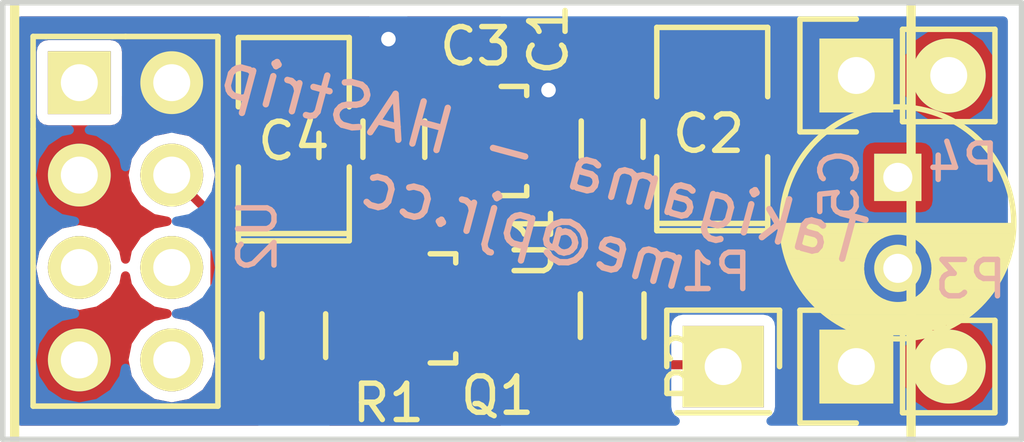
<source format=kicad_pcb>
(kicad_pcb (version 4) (host pcbnew 4.0.2+dfsg1-stable)

  (general
    (links 24)
    (no_connects 0)
    (area 149.924999 89.924999 178.075001 102.075001)
    (thickness 1.6)
    (drawings 5)
    (tracks 24)
    (zones 0)
    (modules 13)
    (nets 6)
  )

  (page A4)
  (layers
    (0 F.Cu signal hide)
    (31 B.Cu signal hide)
    (32 B.Adhes user)
    (33 F.Adhes user)
    (34 B.Paste user)
    (35 F.Paste user)
    (36 B.SilkS user)
    (37 F.SilkS user)
    (38 B.Mask user)
    (39 F.Mask user)
    (40 Dwgs.User user)
    (41 Cmts.User user)
    (42 Eco1.User user)
    (43 Eco2.User user)
    (44 Edge.Cuts user)
    (45 Margin user)
    (46 B.CrtYd user)
    (47 F.CrtYd user)
    (48 B.Fab user)
    (49 F.Fab user)
  )

  (setup
    (last_trace_width 0.25)
    (trace_clearance 0.2)
    (zone_clearance 0.3)
    (zone_45_only no)
    (trace_min 0.2)
    (segment_width 0.2)
    (edge_width 0.15)
    (via_size 0.6)
    (via_drill 0.4)
    (via_min_size 0.4)
    (via_min_drill 0.3)
    (uvia_size 0.3)
    (uvia_drill 0.1)
    (uvias_allowed no)
    (uvia_min_size 0.2)
    (uvia_min_drill 0.1)
    (pcb_text_width 0.3)
    (pcb_text_size 1.5 1.5)
    (mod_edge_width 0.15)
    (mod_text_size 1 1)
    (mod_text_width 0.15)
    (pad_size 1.524 1.524)
    (pad_drill 0.762)
    (pad_to_mask_clearance 0.2)
    (aux_axis_origin 0 0)
    (visible_elements FFFFFF7F)
    (pcbplotparams
      (layerselection 0x00030_80000001)
      (usegerberextensions false)
      (excludeedgelayer true)
      (linewidth 0.100000)
      (plotframeref false)
      (viasonmask false)
      (mode 1)
      (useauxorigin false)
      (hpglpennumber 1)
      (hpglpenspeed 20)
      (hpglpendiameter 15)
      (hpglpenoverlay 2)
      (psnegative false)
      (psa4output false)
      (plotreference true)
      (plotvalue true)
      (plotinvisibletext false)
      (padsonsilk false)
      (subtractmaskfromsilk false)
      (outputformat 1)
      (mirror false)
      (drillshape 1)
      (scaleselection 1)
      (outputdirectory ""))
  )

  (net 0 "")
  (net 1 +5V)
  (net 2 GND)
  (net 3 +3V3)
  (net 4 GPIO2_5)
  (net 5 GPIO2)

  (net_class Default "This is the default net class."
    (clearance 0.2)
    (trace_width 0.25)
    (via_dia 0.6)
    (via_drill 0.4)
    (uvia_dia 0.3)
    (uvia_drill 0.1)
    (add_net +3V3)
    (add_net +5V)
    (add_net GND)
    (add_net GPIO2)
    (add_net GPIO2_5)
  )

  (module Capacitors_SMD:C_0805_HandSoldering (layer F.Cu) (tedit 541A9B8D) (tstamp 580E1B5D)
    (at 166.75 93.75 90)
    (descr "Capacitor SMD 0805, hand soldering")
    (tags "capacitor 0805")
    (path /580E10B5)
    (attr smd)
    (fp_text reference C1 (at 2.75 -1.75 90) (layer F.SilkS)
      (effects (font (size 1 1) (thickness 0.15)))
    )
    (fp_text value 0.1uf (at 6.15 -0.15 270) (layer F.Fab)
      (effects (font (size 1 1) (thickness 0.15)))
    )
    (fp_line (start -2.3 -1) (end 2.3 -1) (layer F.CrtYd) (width 0.05))
    (fp_line (start -2.3 1) (end 2.3 1) (layer F.CrtYd) (width 0.05))
    (fp_line (start -2.3 -1) (end -2.3 1) (layer F.CrtYd) (width 0.05))
    (fp_line (start 2.3 -1) (end 2.3 1) (layer F.CrtYd) (width 0.05))
    (fp_line (start 0.5 -0.85) (end -0.5 -0.85) (layer F.SilkS) (width 0.15))
    (fp_line (start -0.5 0.85) (end 0.5 0.85) (layer F.SilkS) (width 0.15))
    (pad 1 smd rect (at -1.25 0 90) (size 1.5 1.25) (layers F.Cu F.Paste F.Mask)
      (net 1 +5V))
    (pad 2 smd rect (at 1.25 0 90) (size 1.5 1.25) (layers F.Cu F.Paste F.Mask)
      (net 2 GND))
    (model Capacitors_SMD.3dshapes/C_0805_HandSoldering.wrl
      (at (xyz 0 0 0))
      (scale (xyz 1 1 1))
      (rotate (xyz 0 0 0))
    )
  )

  (module Capacitors_SMD:C_0805_HandSoldering (layer F.Cu) (tedit 541A9B8D) (tstamp 580E1B69)
    (at 160.75 93.75 90)
    (descr "Capacitor SMD 0805, hand soldering")
    (tags "capacitor 0805")
    (path /580E12CC)
    (attr smd)
    (fp_text reference C3 (at 2.55 2.25 180) (layer F.SilkS)
      (effects (font (size 1 1) (thickness 0.15)))
    )
    (fp_text value 0.1uf (at 0 2.1 90) (layer F.Fab)
      (effects (font (size 1 1) (thickness 0.15)))
    )
    (fp_line (start -2.3 -1) (end 2.3 -1) (layer F.CrtYd) (width 0.05))
    (fp_line (start -2.3 1) (end 2.3 1) (layer F.CrtYd) (width 0.05))
    (fp_line (start -2.3 -1) (end -2.3 1) (layer F.CrtYd) (width 0.05))
    (fp_line (start 2.3 -1) (end 2.3 1) (layer F.CrtYd) (width 0.05))
    (fp_line (start 0.5 -0.85) (end -0.5 -0.85) (layer F.SilkS) (width 0.15))
    (fp_line (start -0.5 0.85) (end 0.5 0.85) (layer F.SilkS) (width 0.15))
    (pad 1 smd rect (at -1.25 0 90) (size 1.5 1.25) (layers F.Cu F.Paste F.Mask)
      (net 3 +3V3))
    (pad 2 smd rect (at 1.25 0 90) (size 1.5 1.25) (layers F.Cu F.Paste F.Mask)
      (net 2 GND))
    (model Capacitors_SMD.3dshapes/C_0805_HandSoldering.wrl
      (at (xyz 0 0 0))
      (scale (xyz 1 1 1))
      (rotate (xyz 0 0 0))
    )
  )

  (module SMD_Packages:SMD-1210_Pol (layer F.Cu) (tedit 0) (tstamp 580E1B6F)
    (at 158 93.75 90)
    (tags "CMS SM")
    (path /580E12D2)
    (attr smd)
    (fp_text reference C4 (at -0.05 0 360) (layer F.SilkS)
      (effects (font (size 1 1) (thickness 0.15)))
    )
    (fp_text value 2.2uf (at 5.75 0 90) (layer F.Fab)
      (effects (font (size 1 1) (thickness 0.15)))
    )
    (fp_line (start -2.794 -1.524) (end -2.794 1.524) (layer F.SilkS) (width 0.15))
    (fp_line (start 0.889 1.524) (end 2.794 1.524) (layer F.SilkS) (width 0.15))
    (fp_line (start 2.794 1.524) (end 2.794 -1.524) (layer F.SilkS) (width 0.15))
    (fp_line (start 2.794 -1.524) (end 0.889 -1.524) (layer F.SilkS) (width 0.15))
    (fp_line (start -0.762 -1.524) (end -2.794 -1.524) (layer F.SilkS) (width 0.15))
    (fp_line (start -2.594 -1.524) (end -2.594 1.524) (layer F.SilkS) (width 0.15))
    (fp_line (start -2.794 1.524) (end -0.762 1.524) (layer F.SilkS) (width 0.15))
    (pad 1 smd rect (at -1.778 0 90) (size 1.778 2.794) (layers F.Cu F.Paste F.Mask)
      (net 3 +3V3))
    (pad 2 smd rect (at 1.778 0 90) (size 1.778 2.794) (layers F.Cu F.Paste F.Mask)
      (net 2 GND))
    (model SMD_Packages.3dshapes/SMD-1210_Pol.wrl
      (at (xyz 0 0 0))
      (scale (xyz 0.2 0.2 0.2))
      (rotate (xyz 0 0 0))
    )
  )

  (module Pin_Headers:Pin_Header_Straight_1x01 (layer F.Cu) (tedit 54EA08DC) (tstamp 580E1B81)
    (at 169.8 100)
    (descr "Through hole pin header")
    (tags "pin header")
    (path /580E2256)
    (fp_text reference P3 (at 6.8 -2.4) (layer B.SilkS)
      (effects (font (size 1 1) (thickness 0.15)) (justify mirror))
    )
    (fp_text value CONN_01X01 (at 5 0.15 90) (layer F.Fab)
      (effects (font (size 1 1) (thickness 0.15)))
    )
    (fp_line (start 1.55 -1.55) (end 1.55 0) (layer F.SilkS) (width 0.15))
    (fp_line (start -1.75 -1.75) (end -1.75 1.75) (layer F.CrtYd) (width 0.05))
    (fp_line (start 1.75 -1.75) (end 1.75 1.75) (layer F.CrtYd) (width 0.05))
    (fp_line (start -1.75 -1.75) (end 1.75 -1.75) (layer F.CrtYd) (width 0.05))
    (fp_line (start -1.75 1.75) (end 1.75 1.75) (layer F.CrtYd) (width 0.05))
    (fp_line (start -1.55 0) (end -1.55 -1.55) (layer F.SilkS) (width 0.15))
    (fp_line (start -1.55 -1.55) (end 1.55 -1.55) (layer F.SilkS) (width 0.15))
    (fp_line (start -1.27 1.27) (end 1.27 1.27) (layer F.SilkS) (width 0.15))
    (pad 1 thru_hole rect (at 0 0) (size 2.2352 2.2352) (drill 1.016) (layers *.Cu *.Mask F.SilkS)
      (net 4 GPIO2_5))
    (model Pin_Headers.3dshapes/Pin_Header_Straight_1x01.wrl
      (at (xyz 0 0 0))
      (scale (xyz 1 1 1))
      (rotate (xyz 0 0 90))
    )
  )

  (module TO_SOT_Packages_SMD:SOT-23 (layer F.Cu) (tedit 553634F8) (tstamp 580E1B88)
    (at 161.8 98.4 270)
    (descr "SOT-23, Standard")
    (tags SOT-23)
    (path /580E1D98)
    (attr smd)
    (fp_text reference Q1 (at 2.4 -1.8 360) (layer F.SilkS)
      (effects (font (size 1 1) (thickness 0.15)))
    )
    (fp_text value BSS138 (at 6.2 0.2 360) (layer F.Fab)
      (effects (font (size 1 1) (thickness 0.15)))
    )
    (fp_line (start -1.65 -1.6) (end 1.65 -1.6) (layer F.CrtYd) (width 0.05))
    (fp_line (start 1.65 -1.6) (end 1.65 1.6) (layer F.CrtYd) (width 0.05))
    (fp_line (start 1.65 1.6) (end -1.65 1.6) (layer F.CrtYd) (width 0.05))
    (fp_line (start -1.65 1.6) (end -1.65 -1.6) (layer F.CrtYd) (width 0.05))
    (fp_line (start 1.29916 -0.65024) (end 1.2509 -0.65024) (layer F.SilkS) (width 0.15))
    (fp_line (start -1.49982 0.0508) (end -1.49982 -0.65024) (layer F.SilkS) (width 0.15))
    (fp_line (start -1.49982 -0.65024) (end -1.2509 -0.65024) (layer F.SilkS) (width 0.15))
    (fp_line (start 1.29916 -0.65024) (end 1.49982 -0.65024) (layer F.SilkS) (width 0.15))
    (fp_line (start 1.49982 -0.65024) (end 1.49982 0.0508) (layer F.SilkS) (width 0.15))
    (pad 1 smd rect (at -0.95 1.00076 270) (size 0.8001 0.8001) (layers F.Cu F.Paste F.Mask)
      (net 3 +3V3))
    (pad 2 smd rect (at 0.95 1.00076 270) (size 0.8001 0.8001) (layers F.Cu F.Paste F.Mask)
      (net 5 GPIO2))
    (pad 3 smd rect (at 0 -0.99822 270) (size 0.8001 0.8001) (layers F.Cu F.Paste F.Mask)
      (net 4 GPIO2_5))
    (model TO_SOT_Packages_SMD.3dshapes/SOT-23.wrl
      (at (xyz 0 0 0))
      (scale (xyz 1 1 1))
      (rotate (xyz 0 0 0))
    )
  )

  (module Resistors_SMD:R_0805_HandSoldering (layer F.Cu) (tedit 54189DEE) (tstamp 580E1B8E)
    (at 158 99.15 270)
    (descr "Resistor SMD 0805, hand soldering")
    (tags "resistor 0805")
    (path /580E1E6A)
    (attr smd)
    (fp_text reference R1 (at 1.85 -2.6 360) (layer F.SilkS)
      (effects (font (size 1 1) (thickness 0.15)))
    )
    (fp_text value 10k (at 3.85 -0.4 360) (layer F.Fab)
      (effects (font (size 1 1) (thickness 0.15)))
    )
    (fp_line (start -2.4 -1) (end 2.4 -1) (layer F.CrtYd) (width 0.05))
    (fp_line (start -2.4 1) (end 2.4 1) (layer F.CrtYd) (width 0.05))
    (fp_line (start -2.4 -1) (end -2.4 1) (layer F.CrtYd) (width 0.05))
    (fp_line (start 2.4 -1) (end 2.4 1) (layer F.CrtYd) (width 0.05))
    (fp_line (start 0.6 0.875) (end -0.6 0.875) (layer F.SilkS) (width 0.15))
    (fp_line (start -0.6 -0.875) (end 0.6 -0.875) (layer F.SilkS) (width 0.15))
    (pad 1 smd rect (at -1.35 0 270) (size 1.5 1.3) (layers F.Cu F.Paste F.Mask)
      (net 3 +3V3))
    (pad 2 smd rect (at 1.35 0 270) (size 1.5 1.3) (layers F.Cu F.Paste F.Mask)
      (net 5 GPIO2))
    (model Resistors_SMD.3dshapes/R_0805_HandSoldering.wrl
      (at (xyz 0 0 0))
      (scale (xyz 1 1 1))
      (rotate (xyz 0 0 0))
    )
  )

  (module Resistors_SMD:R_0805_HandSoldering (layer F.Cu) (tedit 54189DEE) (tstamp 580E1B94)
    (at 166.75 98.6 270)
    (descr "Resistor SMD 0805, hand soldering")
    (tags "resistor 0805")
    (path /580E1EFC)
    (attr smd)
    (fp_text reference R2 (at 1.4 -2.05 270) (layer F.SilkS)
      (effects (font (size 1 1) (thickness 0.15)))
    )
    (fp_text value 10k (at 5.2 -0.25 360) (layer F.Fab)
      (effects (font (size 1 1) (thickness 0.15)))
    )
    (fp_line (start -2.4 -1) (end 2.4 -1) (layer F.CrtYd) (width 0.05))
    (fp_line (start -2.4 1) (end 2.4 1) (layer F.CrtYd) (width 0.05))
    (fp_line (start -2.4 -1) (end -2.4 1) (layer F.CrtYd) (width 0.05))
    (fp_line (start 2.4 -1) (end 2.4 1) (layer F.CrtYd) (width 0.05))
    (fp_line (start 0.6 0.875) (end -0.6 0.875) (layer F.SilkS) (width 0.15))
    (fp_line (start -0.6 -0.875) (end 0.6 -0.875) (layer F.SilkS) (width 0.15))
    (pad 1 smd rect (at -1.35 0 270) (size 1.5 1.3) (layers F.Cu F.Paste F.Mask)
      (net 1 +5V))
    (pad 2 smd rect (at 1.35 0 270) (size 1.5 1.3) (layers F.Cu F.Paste F.Mask)
      (net 4 GPIO2_5))
    (model Resistors_SMD.3dshapes/R_0805_HandSoldering.wrl
      (at (xyz 0 0 0))
      (scale (xyz 1 1 1))
      (rotate (xyz 0 0 0))
    )
  )

  (module ESP8266:ESP-01 (layer F.Cu) (tedit 577EF889) (tstamp 580E1BA7)
    (at 152.105001 92.197)
    (descr "Module, ESP-8266, ESP-01, 8 pin")
    (tags "Module ESP-8266 ESP8266")
    (path /580E0E4A)
    (fp_text reference U2 (at 4.894999 4.203 90) (layer B.SilkS)
      (effects (font (size 1 1) (thickness 0.15)) (justify mirror))
    )
    (fp_text value ESP-01v090 (at -3.705001 3.403 90) (layer F.Fab)
      (effects (font (size 1 1) (thickness 0.15)))
    )
    (fp_line (start -1.778 -3.302) (end 22.86 -3.302) (layer F.SilkS) (width 0.254))
    (fp_line (start 22.86 -3.302) (end 22.86 10.922) (layer F.SilkS) (width 0.254))
    (fp_line (start 22.86 10.922) (end -1.778 10.922) (layer F.SilkS) (width 0.254))
    (fp_line (start -1.778 10.922) (end -1.778 -3.302) (layer F.SilkS) (width 0.254))
    (fp_line (start -1.778 -3.302) (end 22.86 -3.302) (layer F.Fab) (width 0.05))
    (fp_line (start 22.86 -3.302) (end 22.86 10.922) (layer F.Fab) (width 0.05))
    (fp_line (start 22.86 10.922) (end -1.778 10.922) (layer F.Fab) (width 0.05))
    (fp_line (start -1.778 10.922) (end -1.778 -3.302) (layer F.Fab) (width 0.05))
    (fp_line (start 1.27 -1.27) (end -1.27 -1.27) (layer F.SilkS) (width 0.1524))
    (fp_line (start -1.27 -1.27) (end -1.27 1.27) (layer F.SilkS) (width 0.1524))
    (fp_line (start -1.75 -1.75) (end -1.75 9.4) (layer F.CrtYd) (width 0.05))
    (fp_line (start 4.3 -1.75) (end 4.3 9.4) (layer F.CrtYd) (width 0.05))
    (fp_line (start -1.75 -1.75) (end 4.3 -1.75) (layer F.CrtYd) (width 0.05))
    (fp_line (start -1.75 9.4) (end 4.3 9.4) (layer F.CrtYd) (width 0.05))
    (fp_line (start -1.27 1.27) (end -1.27 8.89) (layer F.SilkS) (width 0.1524))
    (fp_line (start -1.27 8.89) (end 3.81 8.89) (layer F.SilkS) (width 0.1524))
    (fp_line (start 3.81 8.89) (end 3.81 -1.27) (layer F.SilkS) (width 0.1524))
    (fp_line (start 3.81 -1.27) (end 1.27 -1.27) (layer F.SilkS) (width 0.1524))
    (pad 1 thru_hole rect (at 0 0) (size 1.7272 1.7272) (drill 1.016) (layers *.Cu *.Mask F.SilkS))
    (pad 2 thru_hole oval (at 2.54 0) (size 1.7272 1.7272) (drill 1.016) (layers *.Cu *.Mask F.SilkS)
      (net 2 GND))
    (pad 3 thru_hole oval (at 0 2.54) (size 1.7272 1.7272) (drill 1.016) (layers *.Cu *.Mask F.SilkS)
      (net 3 +3V3))
    (pad 4 thru_hole oval (at 2.54 2.54) (size 1.7272 1.7272) (drill 1.016) (layers *.Cu *.Mask F.SilkS)
      (net 5 GPIO2))
    (pad 5 thru_hole oval (at 0 5.08) (size 1.7272 1.7272) (drill 1.016) (layers *.Cu *.Mask F.SilkS))
    (pad 6 thru_hole oval (at 2.54 5.08) (size 1.7272 1.7272) (drill 1.016) (layers *.Cu *.Mask F.SilkS))
    (pad 7 thru_hole oval (at 0 7.62) (size 1.7272 1.7272) (drill 1.016) (layers *.Cu *.Mask F.SilkS)
      (net 3 +3V3))
    (pad 8 thru_hole oval (at 2.54 7.62) (size 1.7272 1.7272) (drill 1.016) (layers *.Cu *.Mask F.SilkS))
  )

  (module Pin_Headers:Pin_Header_Straight_1x02 (layer F.Cu) (tedit 54EA090C) (tstamp 580E1C91)
    (at 173.46 92 90)
    (descr "Through hole pin header")
    (tags "pin header")
    (path /580E1E8E)
    (fp_text reference P4 (at -2.4 2.94 360) (layer B.SilkS)
      (effects (font (size 1 1) (thickness 0.15)) (justify mirror))
    )
    (fp_text value CONN_01X02 (at 5 -3.45 180) (layer F.Fab)
      (effects (font (size 1 1) (thickness 0.15)))
    )
    (fp_line (start 1.27 1.27) (end 1.27 3.81) (layer F.SilkS) (width 0.15))
    (fp_line (start 1.55 -1.55) (end 1.55 0) (layer F.SilkS) (width 0.15))
    (fp_line (start -1.75 -1.75) (end -1.75 4.3) (layer F.CrtYd) (width 0.05))
    (fp_line (start 1.75 -1.75) (end 1.75 4.3) (layer F.CrtYd) (width 0.05))
    (fp_line (start -1.75 -1.75) (end 1.75 -1.75) (layer F.CrtYd) (width 0.05))
    (fp_line (start -1.75 4.3) (end 1.75 4.3) (layer F.CrtYd) (width 0.05))
    (fp_line (start 1.27 1.27) (end -1.27 1.27) (layer F.SilkS) (width 0.15))
    (fp_line (start -1.55 0) (end -1.55 -1.55) (layer F.SilkS) (width 0.15))
    (fp_line (start -1.55 -1.55) (end 1.55 -1.55) (layer F.SilkS) (width 0.15))
    (fp_line (start -1.27 1.27) (end -1.27 3.81) (layer F.SilkS) (width 0.15))
    (fp_line (start -1.27 3.81) (end 1.27 3.81) (layer F.SilkS) (width 0.15))
    (pad 1 thru_hole rect (at 0 0 90) (size 2.032 2.032) (drill 1.016) (layers *.Cu *.Mask F.SilkS)
      (net 2 GND))
    (pad 2 thru_hole oval (at 0 2.54 90) (size 2.032 2.032) (drill 1.016) (layers *.Cu *.Mask F.SilkS)
      (net 1 +5V))
    (model Pin_Headers.3dshapes/Pin_Header_Straight_1x02.wrl
      (at (xyz 0 -0.05 0))
      (scale (xyz 1 1 1))
      (rotate (xyz 0 0 90))
    )
  )

  (module TO_SOT_Packages_SMD:SOT-23 (layer F.Cu) (tedit 553634F8) (tstamp 580E2224)
    (at 163.75076 93.8 270)
    (descr "SOT-23, Standard")
    (tags SOT-23)
    (path /580E0FB6)
    (attr smd)
    (fp_text reference U1 (at 2.8 -0.84924 270) (layer F.SilkS)
      (effects (font (size 1 1) (thickness 0.15)))
    )
    (fp_text value MCP1700 (at -7.6 -0.24924 270) (layer F.Fab)
      (effects (font (size 1 1) (thickness 0.15)))
    )
    (fp_line (start -1.65 -1.6) (end 1.65 -1.6) (layer F.CrtYd) (width 0.05))
    (fp_line (start 1.65 -1.6) (end 1.65 1.6) (layer F.CrtYd) (width 0.05))
    (fp_line (start 1.65 1.6) (end -1.65 1.6) (layer F.CrtYd) (width 0.05))
    (fp_line (start -1.65 1.6) (end -1.65 -1.6) (layer F.CrtYd) (width 0.05))
    (fp_line (start 1.29916 -0.65024) (end 1.2509 -0.65024) (layer F.SilkS) (width 0.15))
    (fp_line (start -1.49982 0.0508) (end -1.49982 -0.65024) (layer F.SilkS) (width 0.15))
    (fp_line (start -1.49982 -0.65024) (end -1.2509 -0.65024) (layer F.SilkS) (width 0.15))
    (fp_line (start 1.29916 -0.65024) (end 1.49982 -0.65024) (layer F.SilkS) (width 0.15))
    (fp_line (start 1.49982 -0.65024) (end 1.49982 0.0508) (layer F.SilkS) (width 0.15))
    (pad 1 smd rect (at -0.95 1.00076 270) (size 0.8001 0.8001) (layers F.Cu F.Paste F.Mask)
      (net 2 GND))
    (pad 2 smd rect (at 0.95 1.00076 270) (size 0.8001 0.8001) (layers F.Cu F.Paste F.Mask)
      (net 3 +3V3))
    (pad 3 smd rect (at 0 -0.99822 270) (size 0.8001 0.8001) (layers F.Cu F.Paste F.Mask)
      (net 1 +5V))
    (model TO_SOT_Packages_SMD.3dshapes/SOT-23.wrl
      (at (xyz 0 0 0))
      (scale (xyz 1 1 1))
      (rotate (xyz 0 0 0))
    )
  )

  (module Pin_Headers:Pin_Header_Straight_1x02 (layer F.Cu) (tedit 54EA090C) (tstamp 58103662)
    (at 173.46 100 90)
    (descr "Through hole pin header")
    (tags "pin header")
    (path /5810362E)
    (fp_text reference P1 (at 2.6 -3.86 360) (layer B.SilkS)
      (effects (font (size 1 1) (thickness 0.15)) (justify mirror))
    )
    (fp_text value CONN_01X02 (at 0 -3.1 90) (layer F.Fab)
      (effects (font (size 1 1) (thickness 0.15)))
    )
    (fp_line (start 1.27 1.27) (end 1.27 3.81) (layer F.SilkS) (width 0.15))
    (fp_line (start 1.55 -1.55) (end 1.55 0) (layer F.SilkS) (width 0.15))
    (fp_line (start -1.75 -1.75) (end -1.75 4.3) (layer F.CrtYd) (width 0.05))
    (fp_line (start 1.75 -1.75) (end 1.75 4.3) (layer F.CrtYd) (width 0.05))
    (fp_line (start -1.75 -1.75) (end 1.75 -1.75) (layer F.CrtYd) (width 0.05))
    (fp_line (start -1.75 4.3) (end 1.75 4.3) (layer F.CrtYd) (width 0.05))
    (fp_line (start 1.27 1.27) (end -1.27 1.27) (layer F.SilkS) (width 0.15))
    (fp_line (start -1.55 0) (end -1.55 -1.55) (layer F.SilkS) (width 0.15))
    (fp_line (start -1.55 -1.55) (end 1.55 -1.55) (layer F.SilkS) (width 0.15))
    (fp_line (start -1.27 1.27) (end -1.27 3.81) (layer F.SilkS) (width 0.15))
    (fp_line (start -1.27 3.81) (end 1.27 3.81) (layer F.SilkS) (width 0.15))
    (pad 1 thru_hole rect (at 0 0 90) (size 2.032 2.032) (drill 1.016) (layers *.Cu *.Mask F.SilkS)
      (net 2 GND))
    (pad 2 thru_hole oval (at 0 2.54 90) (size 2.032 2.032) (drill 1.016) (layers *.Cu *.Mask F.SilkS)
      (net 1 +5V))
    (model Pin_Headers.3dshapes/Pin_Header_Straight_1x02.wrl
      (at (xyz 0 -0.05 0))
      (scale (xyz 1 1 1))
      (rotate (xyz 0 0 90))
    )
  )

  (module SMD_Packages:SMD-1210_Pol (layer F.Cu) (tedit 0) (tstamp 58103716)
    (at 169.5 93.472 90)
    (tags "CMS SM")
    (path /580E1155)
    (attr smd)
    (fp_text reference C2 (at -0.128 -0.1 180) (layer F.SilkS)
      (effects (font (size 1 1) (thickness 0.15)))
    )
    (fp_text value 2.2uf (at 0 0.762 90) (layer F.Fab)
      (effects (font (size 1 1) (thickness 0.15)))
    )
    (fp_line (start -2.794 -1.524) (end -2.794 1.524) (layer F.SilkS) (width 0.15))
    (fp_line (start 0.889 1.524) (end 2.794 1.524) (layer F.SilkS) (width 0.15))
    (fp_line (start 2.794 1.524) (end 2.794 -1.524) (layer F.SilkS) (width 0.15))
    (fp_line (start 2.794 -1.524) (end 0.889 -1.524) (layer F.SilkS) (width 0.15))
    (fp_line (start -0.762 -1.524) (end -2.794 -1.524) (layer F.SilkS) (width 0.15))
    (fp_line (start -2.594 -1.524) (end -2.594 1.524) (layer F.SilkS) (width 0.15))
    (fp_line (start -2.794 1.524) (end -0.762 1.524) (layer F.SilkS) (width 0.15))
    (pad 1 smd rect (at -1.778 0 90) (size 1.778 2.794) (layers F.Cu F.Paste F.Mask)
      (net 1 +5V))
    (pad 2 smd rect (at 1.778 0 90) (size 1.778 2.794) (layers F.Cu F.Paste F.Mask)
      (net 2 GND))
    (model SMD_Packages.3dshapes/SMD-1210_Pol.wrl
      (at (xyz 0 0 0))
      (scale (xyz 0.2 0.2 0.2))
      (rotate (xyz 0 0 0))
    )
  )

  (module Capacitors_ThroughHole:C_Radial_D6.3_L11.2_P2.5 (layer F.Cu) (tedit 0) (tstamp 581037CD)
    (at 174.6 94.8 270)
    (descr "Radial Electrolytic Capacitor, Diameter 6.3mm x Length 11.2mm, Pitch 2.5mm")
    (tags "Electrolytic Capacitor")
    (path /5810336B)
    (fp_text reference C5 (at 0.2 1.6 270) (layer B.SilkS)
      (effects (font (size 1 1) (thickness 0.15)) (justify mirror))
    )
    (fp_text value 1000uf (at 1.25 4.4 270) (layer F.Fab)
      (effects (font (size 1 1) (thickness 0.15)))
    )
    (fp_line (start 1.325 -3.149) (end 1.325 3.149) (layer F.SilkS) (width 0.15))
    (fp_line (start 1.465 -3.143) (end 1.465 3.143) (layer F.SilkS) (width 0.15))
    (fp_line (start 1.605 -3.13) (end 1.605 -0.446) (layer F.SilkS) (width 0.15))
    (fp_line (start 1.605 0.446) (end 1.605 3.13) (layer F.SilkS) (width 0.15))
    (fp_line (start 1.745 -3.111) (end 1.745 -0.656) (layer F.SilkS) (width 0.15))
    (fp_line (start 1.745 0.656) (end 1.745 3.111) (layer F.SilkS) (width 0.15))
    (fp_line (start 1.885 -3.085) (end 1.885 -0.789) (layer F.SilkS) (width 0.15))
    (fp_line (start 1.885 0.789) (end 1.885 3.085) (layer F.SilkS) (width 0.15))
    (fp_line (start 2.025 -3.053) (end 2.025 -0.88) (layer F.SilkS) (width 0.15))
    (fp_line (start 2.025 0.88) (end 2.025 3.053) (layer F.SilkS) (width 0.15))
    (fp_line (start 2.165 -3.014) (end 2.165 -0.942) (layer F.SilkS) (width 0.15))
    (fp_line (start 2.165 0.942) (end 2.165 3.014) (layer F.SilkS) (width 0.15))
    (fp_line (start 2.305 -2.968) (end 2.305 -0.981) (layer F.SilkS) (width 0.15))
    (fp_line (start 2.305 0.981) (end 2.305 2.968) (layer F.SilkS) (width 0.15))
    (fp_line (start 2.445 -2.915) (end 2.445 -0.998) (layer F.SilkS) (width 0.15))
    (fp_line (start 2.445 0.998) (end 2.445 2.915) (layer F.SilkS) (width 0.15))
    (fp_line (start 2.585 -2.853) (end 2.585 -0.996) (layer F.SilkS) (width 0.15))
    (fp_line (start 2.585 0.996) (end 2.585 2.853) (layer F.SilkS) (width 0.15))
    (fp_line (start 2.725 -2.783) (end 2.725 -0.974) (layer F.SilkS) (width 0.15))
    (fp_line (start 2.725 0.974) (end 2.725 2.783) (layer F.SilkS) (width 0.15))
    (fp_line (start 2.865 -2.704) (end 2.865 -0.931) (layer F.SilkS) (width 0.15))
    (fp_line (start 2.865 0.931) (end 2.865 2.704) (layer F.SilkS) (width 0.15))
    (fp_line (start 3.005 -2.616) (end 3.005 -0.863) (layer F.SilkS) (width 0.15))
    (fp_line (start 3.005 0.863) (end 3.005 2.616) (layer F.SilkS) (width 0.15))
    (fp_line (start 3.145 -2.516) (end 3.145 -0.764) (layer F.SilkS) (width 0.15))
    (fp_line (start 3.145 0.764) (end 3.145 2.516) (layer F.SilkS) (width 0.15))
    (fp_line (start 3.285 -2.404) (end 3.285 -0.619) (layer F.SilkS) (width 0.15))
    (fp_line (start 3.285 0.619) (end 3.285 2.404) (layer F.SilkS) (width 0.15))
    (fp_line (start 3.425 -2.279) (end 3.425 -0.38) (layer F.SilkS) (width 0.15))
    (fp_line (start 3.425 0.38) (end 3.425 2.279) (layer F.SilkS) (width 0.15))
    (fp_line (start 3.565 -2.136) (end 3.565 2.136) (layer F.SilkS) (width 0.15))
    (fp_line (start 3.705 -1.974) (end 3.705 1.974) (layer F.SilkS) (width 0.15))
    (fp_line (start 3.845 -1.786) (end 3.845 1.786) (layer F.SilkS) (width 0.15))
    (fp_line (start 3.985 -1.563) (end 3.985 1.563) (layer F.SilkS) (width 0.15))
    (fp_line (start 4.125 -1.287) (end 4.125 1.287) (layer F.SilkS) (width 0.15))
    (fp_line (start 4.265 -0.912) (end 4.265 0.912) (layer F.SilkS) (width 0.15))
    (fp_circle (center 2.5 0) (end 2.5 -1) (layer F.SilkS) (width 0.15))
    (fp_circle (center 1.25 0) (end 1.25 -3.1875) (layer F.SilkS) (width 0.15))
    (fp_circle (center 1.25 0) (end 1.25 -3.4) (layer F.CrtYd) (width 0.05))
    (pad 2 thru_hole circle (at 2.5 0 270) (size 1.3 1.3) (drill 0.8) (layers *.Cu *.Mask F.SilkS)
      (net 2 GND))
    (pad 1 thru_hole rect (at 0 0 270) (size 1.3 1.3) (drill 0.8) (layers *.Cu *.Mask F.SilkS)
      (net 1 +5V))
    (model Capacitors_ThroughHole.3dshapes/C_Radial_D6.3_L11.2_P2.5.wrl
      (at (xyz 0 0 0))
      (scale (xyz 1 1 1))
      (rotate (xyz 0 0 0))
    )
  )

  (gr_line (start 178 90) (end 178 102) (layer Edge.Cuts) (width 0.15))
  (gr_text "Takigama - HAStrip\nme@pjr.cc\n" (at 164.6 95.2 345) (layer B.SilkS)
    (effects (font (size 1.2 1.2) (thickness 0.175)) (justify mirror))
  )
  (gr_line (start 150 102) (end 150 90) (layer Edge.Cuts) (width 0.15))
  (gr_line (start 178 102) (end 150 102) (layer Edge.Cuts) (width 0.15))
  (gr_line (start 150 90) (end 178 90) (layer Edge.Cuts) (width 0.15))

  (segment (start 166.75 92.5) (end 165.1 92.5) (width 0.25) (layer F.Cu) (net 2))
  (segment (start 165.1 92.5) (end 165 92.4) (width 0.25) (layer F.Cu) (net 2))
  (via (at 165 92.4) (size 0.6) (drill 0.4) (layers F.Cu B.Cu) (net 2))
  (segment (start 166.75 92.5) (end 168.694 92.5) (width 0.25) (layer F.Cu) (net 2))
  (segment (start 168.694 92.5) (end 169.5 91.694) (width 0.25) (layer F.Cu) (net 2))
  (segment (start 160.75 92.5) (end 160.75 91.15) (width 0.25) (layer F.Cu) (net 2))
  (segment (start 160.75 91.15) (end 160.6 91) (width 0.25) (layer F.Cu) (net 2))
  (via (at 160.6 91) (size 0.6) (drill 0.4) (layers F.Cu B.Cu) (net 2))
  (segment (start 160.75 92.5) (end 162.4 92.5) (width 0.25) (layer F.Cu) (net 2))
  (segment (start 162.4 92.5) (end 162.75 92.85) (width 0.25) (layer F.Cu) (net 2))
  (segment (start 158 91.972) (end 160.222 91.972) (width 0.25) (layer F.Cu) (net 2))
  (segment (start 160.222 91.972) (end 160.75 92.5) (width 0.25) (layer F.Cu) (net 2))
  (segment (start 166.75 99.95) (end 169.75 99.95) (width 0.25) (layer F.Cu) (net 4))
  (segment (start 169.75 99.95) (end 169.8 100) (width 0.25) (layer F.Cu) (net 4))
  (segment (start 162.79822 98.4) (end 165.3 98.4) (width 0.25) (layer F.Cu) (net 4))
  (segment (start 165.3 98.4) (end 166.75 99.85) (width 0.25) (layer F.Cu) (net 4))
  (segment (start 166.75 99.85) (end 166.75 99.95) (width 0.25) (layer F.Cu) (net 4))
  (segment (start 158 100.5) (end 160.29929 100.5) (width 0.25) (layer F.Cu) (net 5))
  (segment (start 160.29929 100.5) (end 160.79924 100.00005) (width 0.25) (layer F.Cu) (net 5))
  (segment (start 160.79924 100.00005) (end 160.79924 99.35) (width 0.25) (layer F.Cu) (net 5))
  (segment (start 154.645001 94.737) (end 155.833602 95.925601) (width 0.25) (layer F.Cu) (net 5))
  (segment (start 155.833602 95.925601) (end 155.833602 98.233602) (width 0.25) (layer F.Cu) (net 5))
  (segment (start 155.833602 98.233602) (end 158 100.4) (width 0.25) (layer F.Cu) (net 5))
  (segment (start 158 100.4) (end 158 100.5) (width 0.25) (layer F.Cu) (net 5))

  (zone (net 2) (net_name GND) (layer B.Cu) (tstamp 0) (hatch edge 0.508)
    (connect_pads yes (clearance 0.3))
    (min_thickness 0.254)
    (fill yes (arc_segments 16) (thermal_gap 0.508) (thermal_bridge_width 0.508))
    (polygon
      (pts
        (xy 178 102) (xy 150 102) (xy 150 90) (xy 178 90) (xy 178 102)
      )
    )
    (filled_polygon
      (pts
        (xy 177.498 101.498) (xy 171.114985 101.498) (xy 171.221167 101.429673) (xy 171.318664 101.286981) (xy 171.352965 101.1176)
        (xy 171.352965 99.97173) (xy 174.557 99.97173) (xy 174.557 100.02827) (xy 174.666842 100.580482) (xy 174.979645 101.048625)
        (xy 175.447788 101.361428) (xy 176 101.47127) (xy 176.552212 101.361428) (xy 177.020355 101.048625) (xy 177.333158 100.580482)
        (xy 177.443 100.02827) (xy 177.443 99.97173) (xy 177.333158 99.419518) (xy 177.020355 98.951375) (xy 176.552212 98.638572)
        (xy 176 98.52873) (xy 175.447788 98.638572) (xy 174.979645 98.951375) (xy 174.666842 99.419518) (xy 174.557 99.97173)
        (xy 171.352965 99.97173) (xy 171.352965 98.8824) (xy 171.323191 98.724163) (xy 171.229673 98.578833) (xy 171.086981 98.481336)
        (xy 170.9176 98.447035) (xy 168.6824 98.447035) (xy 168.524163 98.476809) (xy 168.378833 98.570327) (xy 168.281336 98.713019)
        (xy 168.247035 98.8824) (xy 168.247035 101.1176) (xy 168.276809 101.275837) (xy 168.370327 101.421167) (xy 168.482776 101.498)
        (xy 150.502 101.498) (xy 150.502 94.737) (xy 150.789117 94.737) (xy 150.887358 95.230891) (xy 151.167125 95.649592)
        (xy 151.585826 95.929359) (xy 151.976154 96.007) (xy 151.585826 96.084641) (xy 151.167125 96.364408) (xy 150.887358 96.783109)
        (xy 150.789117 97.277) (xy 150.887358 97.770891) (xy 151.167125 98.189592) (xy 151.585826 98.469359) (xy 151.976154 98.547)
        (xy 151.585826 98.624641) (xy 151.167125 98.904408) (xy 150.887358 99.323109) (xy 150.789117 99.817) (xy 150.887358 100.310891)
        (xy 151.167125 100.729592) (xy 151.585826 101.009359) (xy 152.079717 101.1076) (xy 152.130285 101.1076) (xy 152.624176 101.009359)
        (xy 153.042877 100.729592) (xy 153.322644 100.310891) (xy 153.375001 100.047675) (xy 153.427358 100.310891) (xy 153.707125 100.729592)
        (xy 154.125826 101.009359) (xy 154.619717 101.1076) (xy 154.670285 101.1076) (xy 155.164176 101.009359) (xy 155.582877 100.729592)
        (xy 155.862644 100.310891) (xy 155.960885 99.817) (xy 155.862644 99.323109) (xy 155.582877 98.904408) (xy 155.164176 98.624641)
        (xy 154.773848 98.547) (xy 155.164176 98.469359) (xy 155.582877 98.189592) (xy 155.862644 97.770891) (xy 155.960885 97.277)
        (xy 155.862644 96.783109) (xy 155.582877 96.364408) (xy 155.164176 96.084641) (xy 154.773848 96.007) (xy 155.164176 95.929359)
        (xy 155.582877 95.649592) (xy 155.862644 95.230891) (xy 155.960885 94.737) (xy 155.862644 94.243109) (xy 155.800431 94.15)
        (xy 173.514635 94.15) (xy 173.514635 95.45) (xy 173.544409 95.608237) (xy 173.637927 95.753567) (xy 173.780619 95.851064)
        (xy 173.95 95.885365) (xy 175.25 95.885365) (xy 175.408237 95.855591) (xy 175.553567 95.762073) (xy 175.651064 95.619381)
        (xy 175.685365 95.45) (xy 175.685365 94.15) (xy 175.655591 93.991763) (xy 175.562073 93.846433) (xy 175.419381 93.748936)
        (xy 175.25 93.714635) (xy 173.95 93.714635) (xy 173.791763 93.744409) (xy 173.646433 93.837927) (xy 173.548936 93.980619)
        (xy 173.514635 94.15) (xy 155.800431 94.15) (xy 155.582877 93.824408) (xy 155.164176 93.544641) (xy 154.670285 93.4464)
        (xy 154.619717 93.4464) (xy 154.125826 93.544641) (xy 153.707125 93.824408) (xy 153.427358 94.243109) (xy 153.375001 94.506325)
        (xy 153.322644 94.243109) (xy 153.042877 93.824408) (xy 152.624176 93.544641) (xy 152.379465 93.495965) (xy 152.968601 93.495965)
        (xy 153.126838 93.466191) (xy 153.272168 93.372673) (xy 153.369665 93.229981) (xy 153.403966 93.0606) (xy 153.403966 91.97173)
        (xy 174.557 91.97173) (xy 174.557 92.02827) (xy 174.666842 92.580482) (xy 174.979645 93.048625) (xy 175.447788 93.361428)
        (xy 176 93.47127) (xy 176.552212 93.361428) (xy 177.020355 93.048625) (xy 177.333158 92.580482) (xy 177.443 92.02827)
        (xy 177.443 91.97173) (xy 177.333158 91.419518) (xy 177.020355 90.951375) (xy 176.552212 90.638572) (xy 176 90.52873)
        (xy 175.447788 90.638572) (xy 174.979645 90.951375) (xy 174.666842 91.419518) (xy 174.557 91.97173) (xy 153.403966 91.97173)
        (xy 153.403966 91.3334) (xy 153.374192 91.175163) (xy 153.280674 91.029833) (xy 153.137982 90.932336) (xy 152.968601 90.898035)
        (xy 151.241401 90.898035) (xy 151.083164 90.927809) (xy 150.937834 91.021327) (xy 150.840337 91.164019) (xy 150.806036 91.3334)
        (xy 150.806036 93.0606) (xy 150.83581 93.218837) (xy 150.929328 93.364167) (xy 151.07202 93.461664) (xy 151.241401 93.495965)
        (xy 151.830537 93.495965) (xy 151.585826 93.544641) (xy 151.167125 93.824408) (xy 150.887358 94.243109) (xy 150.789117 94.737)
        (xy 150.502 94.737) (xy 150.502 90.502) (xy 177.498 90.502)
      )
    )
  )
  (zone (net 3) (net_name +3V3) (layer F.Cu) (tstamp 0) (hatch edge 0.508)
    (connect_pads yes (clearance 0.3))
    (min_thickness 0.254)
    (fill yes (arc_segments 16) (thermal_gap 0.508) (thermal_bridge_width 0.508))
    (polygon
      (pts
        (xy 150 90) (xy 150 102) (xy 163.8 102) (xy 163.8 90)
      )
    )
    (filled_polygon
      (pts
        (xy 159.984039 90.58765) (xy 159.873126 90.854756) (xy 159.872874 91.143975) (xy 159.958017 91.350037) (xy 159.849292 91.42)
        (xy 159.832365 91.42) (xy 159.832365 91.083) (xy 159.802591 90.924763) (xy 159.709073 90.779433) (xy 159.566381 90.681936)
        (xy 159.397 90.647635) (xy 156.603 90.647635) (xy 156.444763 90.677409) (xy 156.299433 90.770927) (xy 156.201936 90.913619)
        (xy 156.167635 91.083) (xy 156.167635 92.861) (xy 156.197409 93.019237) (xy 156.290927 93.164567) (xy 156.433619 93.262064)
        (xy 156.603 93.296365) (xy 159.397 93.296365) (xy 159.555237 93.266591) (xy 159.689635 93.180108) (xy 159.689635 93.25)
        (xy 159.719409 93.408237) (xy 159.812927 93.553567) (xy 159.955619 93.651064) (xy 160.125 93.685365) (xy 161.375 93.685365)
        (xy 161.533237 93.655591) (xy 161.678567 93.562073) (xy 161.776064 93.419381) (xy 161.810365 93.25) (xy 161.810365 93.052)
        (xy 161.914585 93.052) (xy 161.914585 93.25005) (xy 161.944359 93.408287) (xy 162.037877 93.553617) (xy 162.180569 93.651114)
        (xy 162.34995 93.685415) (xy 163.15005 93.685415) (xy 163.308287 93.655641) (xy 163.453617 93.562123) (xy 163.551114 93.419431)
        (xy 163.585415 93.25005) (xy 163.585415 92.44995) (xy 163.555641 92.291713) (xy 163.462123 92.146383) (xy 163.319431 92.048886)
        (xy 163.15005 92.014585) (xy 162.648009 92.014585) (xy 162.611242 91.990018) (xy 162.4 91.948) (xy 161.810365 91.948)
        (xy 161.810365 91.75) (xy 161.780591 91.591763) (xy 161.687073 91.446433) (xy 161.544381 91.348936) (xy 161.375 91.314635)
        (xy 161.302 91.314635) (xy 161.302 91.205147) (xy 161.326874 91.145244) (xy 161.327126 90.856025) (xy 161.21668 90.588725)
        (xy 161.130106 90.502) (xy 163.673 90.502) (xy 163.673 97.848) (xy 163.605044 97.848) (xy 163.603861 97.841713)
        (xy 163.510343 97.696383) (xy 163.367651 97.598886) (xy 163.19827 97.564585) (xy 162.39817 97.564585) (xy 162.239933 97.594359)
        (xy 162.094603 97.687877) (xy 161.997106 97.830569) (xy 161.962805 97.99995) (xy 161.962805 98.80005) (xy 161.992579 98.958287)
        (xy 162.086097 99.103617) (xy 162.228789 99.201114) (xy 162.39817 99.235415) (xy 163.19827 99.235415) (xy 163.356507 99.205641)
        (xy 163.501837 99.112123) (xy 163.599334 98.969431) (xy 163.602864 98.952) (xy 163.673 98.952) (xy 163.673 101.498)
        (xy 158.997346 101.498) (xy 159.051064 101.419381) (xy 159.085365 101.25) (xy 159.085365 101.052) (xy 160.29929 101.052)
        (xy 160.510532 101.009982) (xy 160.689613 100.890323) (xy 161.189563 100.390373) (xy 161.309222 100.211292) (xy 161.318844 100.16292)
        (xy 161.357527 100.155641) (xy 161.502857 100.062123) (xy 161.600354 99.919431) (xy 161.634655 99.75005) (xy 161.634655 98.94995)
        (xy 161.604881 98.791713) (xy 161.511363 98.646383) (xy 161.368671 98.548886) (xy 161.19929 98.514585) (xy 160.39919 98.514585)
        (xy 160.240953 98.544359) (xy 160.095623 98.637877) (xy 159.998126 98.780569) (xy 159.963825 98.94995) (xy 159.963825 99.75005)
        (xy 159.993599 99.908287) (xy 160.019154 99.948) (xy 159.085365 99.948) (xy 159.085365 99.75) (xy 159.055591 99.591763)
        (xy 158.962073 99.446433) (xy 158.819381 99.348936) (xy 158.65 99.314635) (xy 157.695281 99.314635) (xy 156.385602 98.004956)
        (xy 156.385602 95.925601) (xy 156.343584 95.71436) (xy 156.343584 95.714359) (xy 156.223925 95.535278) (xy 155.872083 95.183436)
        (xy 155.960885 94.737) (xy 155.862644 94.243109) (xy 155.582877 93.824408) (xy 155.164176 93.544641) (xy 154.773848 93.467)
        (xy 155.164176 93.389359) (xy 155.582877 93.109592) (xy 155.862644 92.690891) (xy 155.960885 92.197) (xy 155.862644 91.703109)
        (xy 155.582877 91.284408) (xy 155.164176 91.004641) (xy 154.670285 90.9064) (xy 154.619717 90.9064) (xy 154.125826 91.004641)
        (xy 153.707125 91.284408) (xy 153.427358 91.703109) (xy 153.403966 91.820709) (xy 153.403966 91.3334) (xy 153.374192 91.175163)
        (xy 153.280674 91.029833) (xy 153.137982 90.932336) (xy 152.968601 90.898035) (xy 151.241401 90.898035) (xy 151.083164 90.927809)
        (xy 150.937834 91.021327) (xy 150.840337 91.164019) (xy 150.806036 91.3334) (xy 150.806036 93.0606) (xy 150.83581 93.218837)
        (xy 150.929328 93.364167) (xy 151.07202 93.461664) (xy 151.241401 93.495965) (xy 152.968601 93.495965) (xy 153.126838 93.466191)
        (xy 153.272168 93.372673) (xy 153.369665 93.229981) (xy 153.403966 93.0606) (xy 153.403966 92.573291) (xy 153.427358 92.690891)
        (xy 153.707125 93.109592) (xy 154.125826 93.389359) (xy 154.516154 93.467) (xy 154.125826 93.544641) (xy 153.707125 93.824408)
        (xy 153.427358 94.243109) (xy 153.329117 94.737) (xy 153.427358 95.230891) (xy 153.707125 95.649592) (xy 154.125826 95.929359)
        (xy 154.516154 96.007) (xy 154.125826 96.084641) (xy 153.707125 96.364408) (xy 153.427358 96.783109) (xy 153.375001 97.046325)
        (xy 153.322644 96.783109) (xy 153.042877 96.364408) (xy 152.624176 96.084641) (xy 152.130285 95.9864) (xy 152.079717 95.9864)
        (xy 151.585826 96.084641) (xy 151.167125 96.364408) (xy 150.887358 96.783109) (xy 150.789117 97.277) (xy 150.887358 97.770891)
        (xy 151.167125 98.189592) (xy 151.585826 98.469359) (xy 152.079717 98.5676) (xy 152.130285 98.5676) (xy 152.624176 98.469359)
        (xy 153.042877 98.189592) (xy 153.322644 97.770891) (xy 153.375001 97.507675) (xy 153.427358 97.770891) (xy 153.707125 98.189592)
        (xy 154.125826 98.469359) (xy 154.516154 98.547) (xy 154.125826 98.624641) (xy 153.707125 98.904408) (xy 153.427358 99.323109)
        (xy 153.329117 99.817) (xy 153.427358 100.310891) (xy 153.707125 100.729592) (xy 154.125826 101.009359) (xy 154.619717 101.1076)
        (xy 154.670285 101.1076) (xy 155.164176 101.009359) (xy 155.582877 100.729592) (xy 155.862644 100.310891) (xy 155.960885 99.817)
        (xy 155.862644 99.323109) (xy 155.582877 98.904408) (xy 155.164176 98.624641) (xy 154.773848 98.547) (xy 155.164176 98.469359)
        (xy 155.309219 98.372444) (xy 155.32362 98.444844) (xy 155.443279 98.623925) (xy 156.914635 100.095281) (xy 156.914635 101.25)
        (xy 156.944409 101.408237) (xy 157.00217 101.498) (xy 150.502 101.498) (xy 150.502 90.502) (xy 160.069838 90.502)
      )
    )
  )
  (zone (net 1) (net_name +5V) (layer F.Cu) (tstamp 0) (hatch edge 0.508)
    (connect_pads yes (clearance 0.3))
    (min_thickness 0.254)
    (fill yes (arc_segments 16) (thermal_gap 0.508) (thermal_bridge_width 0.508))
    (polygon
      (pts
        (xy 164 90) (xy 164 102) (xy 178 102) (xy 178 90)
      )
    )
    (filled_polygon
      (pts
        (xy 167.68315 90.627685) (xy 167.647243 90.805) (xy 167.647243 91.395012) (xy 167.552315 91.33015) (xy 167.375 91.294243)
        (xy 166.125 91.294243) (xy 165.959352 91.325412) (xy 165.807214 91.42331) (xy 165.70515 91.572685) (xy 165.669243 91.75)
        (xy 165.669243 91.928) (xy 165.58432 91.928) (xy 165.423694 91.767093) (xy 165.149239 91.65313) (xy 164.852064 91.65287)
        (xy 164.577411 91.766355) (xy 164.367093 91.976306) (xy 164.25313 92.250761) (xy 164.25287 92.547936) (xy 164.366355 92.822589)
        (xy 164.576306 93.032907) (xy 164.850761 93.14687) (xy 165.147936 93.14713) (xy 165.329763 93.072) (xy 165.669243 93.072)
        (xy 165.669243 93.25) (xy 165.700412 93.415648) (xy 165.79831 93.567786) (xy 165.947685 93.66985) (xy 166.125 93.705757)
        (xy 167.375 93.705757) (xy 167.540648 93.674588) (xy 167.692786 93.57669) (xy 167.79485 93.427315) (xy 167.830757 93.25)
        (xy 167.830757 93.072) (xy 168.694 93.072) (xy 168.861124 93.038757) (xy 170.897 93.038757) (xy 171.062648 93.007588)
        (xy 171.214786 92.90969) (xy 171.31685 92.760315) (xy 171.352757 92.583) (xy 171.352757 90.984) (xy 171.988243 90.984)
        (xy 171.988243 93.016) (xy 172.019412 93.181648) (xy 172.11731 93.333786) (xy 172.266685 93.43585) (xy 172.444 93.471757)
        (xy 174.476 93.471757) (xy 174.641648 93.440588) (xy 174.793786 93.34269) (xy 174.89585 93.193315) (xy 174.931757 93.016)
        (xy 174.931757 90.984) (xy 174.900588 90.818352) (xy 174.80269 90.666214) (xy 174.653315 90.56415) (xy 174.476 90.528243)
        (xy 172.444 90.528243) (xy 172.278352 90.559412) (xy 172.126214 90.65731) (xy 172.02415 90.806685) (xy 171.988243 90.984)
        (xy 171.352757 90.984) (xy 171.352757 90.805) (xy 171.321588 90.639352) (xy 171.246074 90.522) (xy 177.478 90.522)
        (xy 177.478 101.478) (xy 171.182999 101.478) (xy 171.235386 101.44429) (xy 171.33745 101.294915) (xy 171.373357 101.1176)
        (xy 171.373357 98.984) (xy 171.988243 98.984) (xy 171.988243 101.016) (xy 172.019412 101.181648) (xy 172.11731 101.333786)
        (xy 172.266685 101.43585) (xy 172.444 101.471757) (xy 174.476 101.471757) (xy 174.641648 101.440588) (xy 174.793786 101.34269)
        (xy 174.89585 101.193315) (xy 174.931757 101.016) (xy 174.931757 98.984) (xy 174.900588 98.818352) (xy 174.80269 98.666214)
        (xy 174.653315 98.56415) (xy 174.476 98.528243) (xy 172.444 98.528243) (xy 172.278352 98.559412) (xy 172.126214 98.65731)
        (xy 172.02415 98.806685) (xy 171.988243 98.984) (xy 171.373357 98.984) (xy 171.373357 98.8824) (xy 171.342188 98.716752)
        (xy 171.24429 98.564614) (xy 171.094915 98.46255) (xy 170.9176 98.426643) (xy 168.6824 98.426643) (xy 168.516752 98.457812)
        (xy 168.364614 98.55571) (xy 168.26255 98.705085) (xy 168.226643 98.8824) (xy 168.226643 99.378) (xy 167.855757 99.378)
        (xy 167.855757 99.2) (xy 167.824588 99.034352) (xy 167.72669 98.882214) (xy 167.577315 98.78015) (xy 167.4 98.744243)
        (xy 166.453173 98.744243) (xy 165.704465 97.995535) (xy 165.518895 97.871541) (xy 165.3 97.828) (xy 164.127 97.828)
        (xy 164.127 97.51725) (xy 173.50281 97.51725) (xy 173.669466 97.920589) (xy 173.977788 98.229449) (xy 174.380836 98.39681)
        (xy 174.81725 98.39719) (xy 175.220589 98.230534) (xy 175.529449 97.922212) (xy 175.69681 97.519164) (xy 175.69719 97.08275)
        (xy 175.530534 96.679411) (xy 175.222212 96.370551) (xy 174.819164 96.20319) (xy 174.38275 96.20281) (xy 173.979411 96.369466)
        (xy 173.670551 96.677788) (xy 173.50319 97.080836) (xy 173.50281 97.51725) (xy 164.127 97.51725) (xy 164.127 90.522)
        (xy 167.755362 90.522)
      )
    )
  )
)

</source>
